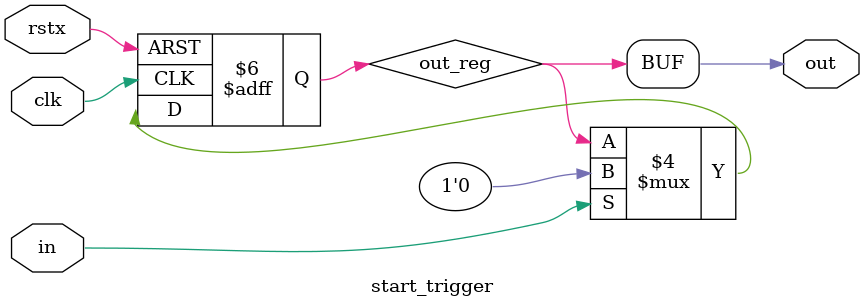
<source format=v>
module start_trigger (clk, in, rstx, out);

		input clk;
		input in;
		input rstx;
		output out;
				
		reg out_reg;
		assign out = out_reg;
				
      always @(posedge clk or negedge rstx)
      begin
				if(rstx == 0)
				begin
					out_reg <= 1;
				end
				else if(in == 1)
				begin
					out_reg <= 0;
				end
      end

endmodule 
</source>
